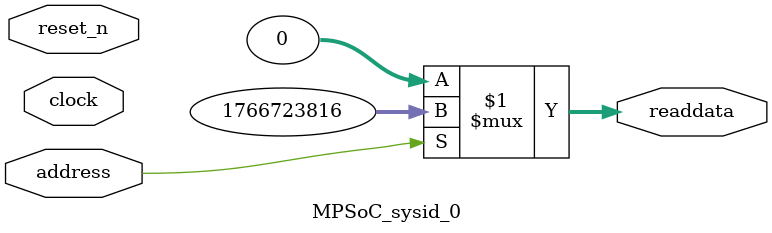
<source format=v>

`timescale 1ns / 1ps
// synthesis translate_on

// turn off superfluous verilog processor warnings 
// altera message_level Level1 
// altera message_off 10034 10035 10036 10037 10230 10240 10030 

module MPSoC_sysid_0 (
               // inputs:
                address,
                clock,
                reset_n,

               // outputs:
                readdata
             )
;

  output  [ 31: 0] readdata;
  input            address;
  input            clock;
  input            reset_n;

  wire    [ 31: 0] readdata;
  //control_slave, which is an e_avalon_slave
  assign readdata = address ? 1766723816 : 0;

endmodule




</source>
